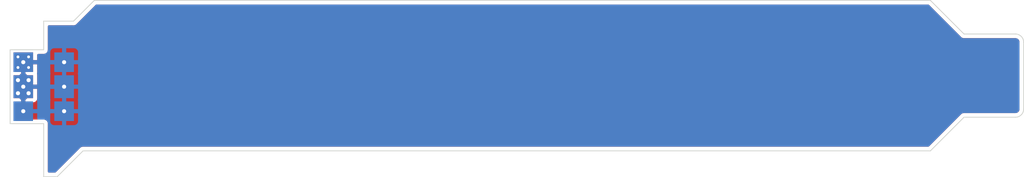
<source format=kicad_pcb>
(kicad_pcb (version 20211014) (generator pcbnew)
  (layers (0 "F.Cu" signal) (31 "B.Cu" signal) (34 "B.Paste" user) (35 "F.Paste" user) (36 "B.SilkS" user "B.Silkscreen") (37 "F.SilkS" user "F.Silkscreen") (38 "B.Mask" user) (39 "F.Mask" user) (44 "Edge.Cuts" user))
  (net 0 "")
  (net 1 "GND")
  (footprint "slot_cover:TestPoint_Pad_THT_wide_2.0x2.0mm" (layer "F.Cu") (at 91.306 80.563 180)
    (fp_text reference "TP2" hide)
    (fp_text value "TestPoint" hide)
    (pad "1" thru_hole circle (at 0.65 -0.8 180) (size 0.55 0.55) (drill 0.5) (layers *.Cu *.Mask) (net 1 "GND"))
    (pad "1" thru_hole circle (at 0.65 0.8 180) (size 0.55 0.55) (drill 0.5) (layers *.Cu *.Mask) (net 1 "GND"))
    (pad "1" thru_hole rect (at 0 0 180) (size 2.4 2.8) (drill 0.5) (layers *.Cu *.Mask) (net 1 "GND"))
    (pad "1" thru_hole circle (at -0.65 -0.8 180) (size 0.55 0.55) (drill 0.5) (layers *.Cu *.Mask) (net 1 "GND"))
    (pad "1" thru_hole circle (at -0.65 0.8 180) (size 0.55 0.55) (drill 0.5) (layers *.Cu *.Mask) (net 1 "GND"))
  )
  (footprint "slot_cover:TestPoint_Pad_THT_2.0x2.0mm" (layer "F.Cu") (at 91.306 77.563 90)
    (fp_text reference "TP3" hide)
    (fp_text value "TestPoint" hide)
    (pad "1" thru_hole circle (at 0.65 -0.65 90) (size 0.4 0.4) (drill 0.35) (layers *.Cu "B.Mask") (net 1 "GND"))
    (pad "1" thru_hole circle (at -0.65 0.65 90) (size 0.4 0.4) (drill 0.35) (layers *.Cu *.Mask) (net 1 "GND"))
    (pad "1" thru_hole rect (at 0 0 90) (size 2.4 2.4) (drill 0.5) (layers *.Cu *.Mask) (net 1 "GND"))
    (pad "1" thru_hole circle (at 0.65 0.65 90) (size 0.4 0.4) (drill 0.35) (layers *.Cu *.Mask) (net 1 "GND"))
    (pad "1" thru_hole circle (at -0.65 -0.65 90) (size 0.4 0.4) (drill 0.35) (layers *.Cu *.Mask) (net 1 "GND"))
  )
  (footprint "slot_cover:TestPoint_Pad_2.0x2.0mm" (layer "B.Cu") (at 96.306 77.563 180)
    (fp_text reference "REF**" hide)
    (fp_text value "TestPoint_Pad_2.0x2.0mm" hide)
    (pad "1" smd rect (at 0 0 180) (size 2.4 2.4) (layers "B.Cu" "B.Mask") (net 1 "GND"))
  )
  (footprint "slot_cover:TestPoint_Pad_2.0x2.0mm" (layer "B.Cu") (at 91.306 83.563 -90)
    (fp_text reference "TP1" hide)
    (fp_text value "TestPoint" hide)
    (pad "1" smd rect (at 0 0 270) (size 2.4 2.4) (layers "B.Cu" "B.Mask") (net 1 "GND"))
  )
  (footprint "slot_cover:TestPoint_Pad_wide_2.0x2.0mm" (layer "B.Cu") (at 96.306 80.563 180)
    (fp_text reference "REF**" hide)
    (fp_text value "TestPoint_Pad_wide_2.0x2.0mm" hide)
    (pad "1" smd rect (at 0 0 180) (size 2.4 2.8) (layers "B.Cu" "B.Mask") (net 1 "GND"))
  )
  (footprint "slot_cover:TestPoint_Pad_2.0x2.0mm" (layer "B.Cu") (at 96.306 83.563 180)
    (fp_text reference "REF**" hide)
    (fp_text value "TestPoint_Pad_2.0x2.0mm" hide)
    (pad "1" smd rect (at 0 0 180) (size 2.4 2.4) (layers "B.Cu" "B.Mask") (net 1 "GND"))
  )
  (gr_line (start 93.806 76.04) (end 89.7 76.04) (layer "Edge.Cuts") (width 0.1))
  (gr_line (start 89.7 76.04) (end 89.7 85.086) (layer "Edge.Cuts") (width 0.1))
  (gr_line (start 93.806 85.086) (end 93.806 91.586) (layer "Edge.Cuts") (width 0.1))
  (gr_line (start 213.764 75.114) (end 213.764 83.3) (layer "Edge.Cuts") (width 0.1))
  (gr_line (start 98.628 88.414) (end 95.456 91.586) (layer "Edge.Cuts") (width 0.1))
  (gr_line (start 97.46 72.54) (end 93.806 72.54) (layer "Edge.Cuts") (width 0.1))
  (gr_line (start 202.35 70) (end 206.464 74.114) (layer "Edge.Cuts") (width 0.1))
  (gr_line (start 206.464 74.114) (end 212.764 74.114) (layer "Edge.Cuts") (width 0.1))
  (gr_line (start 206.464 84.3) (end 212.764 84.3) (layer "Edge.Cuts") (width 0.1))
  (gr_line (start 93.806 72.54) (end 93.806 76.04) (layer "Edge.Cuts") (width 0.1))
  (gr_line (start 202.35 88.414) (end 98.628 88.414) (layer "Edge.Cuts") (width 0.1))
  (gr_arc (start 212.764 74.114) (mid 213.471107 74.406893) (end 213.764 75.114) (layer "Edge.Cuts") (width 0.1))
  (gr_line (start 202.35 88.414) (end 206.464 84.3) (layer "Edge.Cuts") (width 0.1))
  (gr_line (start 95.456 91.586) (end 93.806 91.586) (layer "Edge.Cuts") (width 0.1))
  (gr_arc (start 213.764 83.3) (mid 213.471107 84.007107) (end 212.764 84.3) (layer "Edge.Cuts") (width 0.1))
  (gr_line (start 100 70) (end 202.35 70) (layer "Edge.Cuts") (width 0.1))
  (gr_line (start 100 70) (end 97.46 72.54) (layer "Edge.Cuts") (width 0.1))
  (gr_line (start 93.806 85.086) (end 89.7 85.086) (layer "Edge.Cuts") (width 0.1))
  (via (at 91.306 83.563) (size 1) (drill 0.5) (layers "F.Cu" "B.Cu") (net 1))
  (via (at 96.306 83.563) (size 1) (drill 0.5) (layers "F.Cu" "B.Cu") (net 1))
  (via (at 96.306 80.563) (size 1) (drill 0.5) (layers "F.Cu" "B.Cu") (net 1))
  (via (at 96.306 77.563) (size 1) (drill 0.5) (layers "F.Cu" "B.Cu") (net 1))
  (zone (net 1) (net_name "GND") (layers F&B.Cu) (connect_pads (clearance 0.508)) (min_thickness 0.254) (fill yes (thermal_gap 0.508) (thermal_bridge_width 0.508))
    (polygon (pts (xy 206.45 74.15) (xy 212.8 74.15) (xy 213 74.2) (xy 213.15 74.25) (xy 213.35 74.35) (xy 213.5 74.5) (xy 213.65 74.75) (xy 213.7 74.95) (xy 213.7 83.4) (xy 213.65 83.65) (xy 213.55 83.85) (xy 213.4 84.05) (xy 213.25 84.15) (xy 212.9 84.25) (xy 206.45 84.25) (xy 202.3 88.4) (xy 98.6 88.4) (xy 95.45 91.55) (xy 93.85 91.55) (xy 93.85 72.6) (xy 97.5 72.6) (xy 100.05 70.05) (xy 202.35 70.05)))
  )
  (zone (net 1) (net_name "GND") (layers F&B.Cu) (connect_pads (clearance 0.508)) (min_thickness 0.254) (fill yes (thermal_gap 0.508) (thermal_bridge_width 0.508))
    (polygon (pts (xy 95.4 82.1) (xy 94.2 85.05) (xy 89.75 85.05) (xy 89.75 76.05) (xy 95.35 76.05)))
  )
)
</source>
